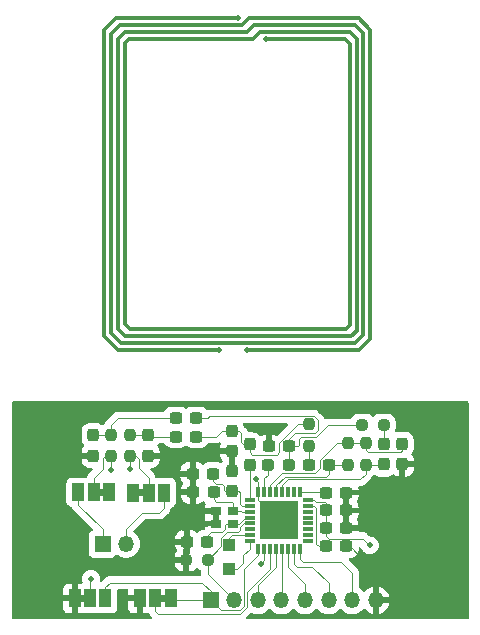
<source format=gtl>
G04 #@! TF.GenerationSoftware,KiCad,Pcbnew,7.0.9*
G04 #@! TF.CreationDate,2024-04-16T21:14:58+02:00*
G04 #@! TF.ProjectId,NFC_Programmer,4e46435f-5072-46f6-9772-616d6d65722e,3.0*
G04 #@! TF.SameCoordinates,Original*
G04 #@! TF.FileFunction,Copper,L1,Top*
G04 #@! TF.FilePolarity,Positive*
%FSLAX46Y46*%
G04 Gerber Fmt 4.6, Leading zero omitted, Abs format (unit mm)*
G04 Created by KiCad (PCBNEW 7.0.9) date 2024-04-16 21:14:58*
%MOMM*%
%LPD*%
G01*
G04 APERTURE LIST*
G04 Aperture macros list*
%AMRoundRect*
0 Rectangle with rounded corners*
0 $1 Rounding radius*
0 $2 $3 $4 $5 $6 $7 $8 $9 X,Y pos of 4 corners*
0 Add a 4 corners polygon primitive as box body*
4,1,4,$2,$3,$4,$5,$6,$7,$8,$9,$2,$3,0*
0 Add four circle primitives for the rounded corners*
1,1,$1+$1,$2,$3*
1,1,$1+$1,$4,$5*
1,1,$1+$1,$6,$7*
1,1,$1+$1,$8,$9*
0 Add four rect primitives between the rounded corners*
20,1,$1+$1,$2,$3,$4,$5,0*
20,1,$1+$1,$4,$5,$6,$7,0*
20,1,$1+$1,$6,$7,$8,$9,0*
20,1,$1+$1,$8,$9,$2,$3,0*%
G04 Aperture macros list end*
G04 #@! TA.AperFunction,SMDPad,CuDef*
%ADD10RoundRect,0.237500X-0.237500X0.250000X-0.237500X-0.250000X0.237500X-0.250000X0.237500X0.250000X0*%
G04 #@! TD*
G04 #@! TA.AperFunction,SMDPad,CuDef*
%ADD11RoundRect,0.237500X0.300000X0.237500X-0.300000X0.237500X-0.300000X-0.237500X0.300000X-0.237500X0*%
G04 #@! TD*
G04 #@! TA.AperFunction,SMDPad,CuDef*
%ADD12RoundRect,0.237500X0.237500X-0.250000X0.237500X0.250000X-0.237500X0.250000X-0.237500X-0.250000X0*%
G04 #@! TD*
G04 #@! TA.AperFunction,SMDPad,CuDef*
%ADD13R,1.000000X1.500000*%
G04 #@! TD*
G04 #@! TA.AperFunction,SMDPad,CuDef*
%ADD14R,1.000000X1.000000*%
G04 #@! TD*
G04 #@! TA.AperFunction,ComponentPad*
%ADD15R,1.350000X1.350000*%
G04 #@! TD*
G04 #@! TA.AperFunction,ComponentPad*
%ADD16O,1.350000X1.350000*%
G04 #@! TD*
G04 #@! TA.AperFunction,SMDPad,CuDef*
%ADD17RoundRect,0.237500X0.237500X-0.287500X0.237500X0.287500X-0.237500X0.287500X-0.237500X-0.287500X0*%
G04 #@! TD*
G04 #@! TA.AperFunction,SMDPad,CuDef*
%ADD18R,0.900000X0.800000*%
G04 #@! TD*
G04 #@! TA.AperFunction,SMDPad,CuDef*
%ADD19RoundRect,0.237500X0.237500X-0.300000X0.237500X0.300000X-0.237500X0.300000X-0.237500X-0.300000X0*%
G04 #@! TD*
G04 #@! TA.AperFunction,SMDPad,CuDef*
%ADD20RoundRect,0.237500X-0.237500X0.300000X-0.237500X-0.300000X0.237500X-0.300000X0.237500X0.300000X0*%
G04 #@! TD*
G04 #@! TA.AperFunction,SMDPad,CuDef*
%ADD21R,0.850000X0.300000*%
G04 #@! TD*
G04 #@! TA.AperFunction,SMDPad,CuDef*
%ADD22R,0.300000X0.850000*%
G04 #@! TD*
G04 #@! TA.AperFunction,SMDPad,CuDef*
%ADD23R,3.250000X3.250000*%
G04 #@! TD*
G04 #@! TA.AperFunction,SMDPad,CuDef*
%ADD24RoundRect,0.237500X-0.300000X-0.237500X0.300000X-0.237500X0.300000X0.237500X-0.300000X0.237500X0*%
G04 #@! TD*
G04 #@! TA.AperFunction,SMDPad,CuDef*
%ADD25RoundRect,0.237500X-0.250000X-0.237500X0.250000X-0.237500X0.250000X0.237500X-0.250000X0.237500X0*%
G04 #@! TD*
G04 #@! TA.AperFunction,SMDPad,CuDef*
%ADD26RoundRect,0.237500X-0.287500X-0.237500X0.287500X-0.237500X0.287500X0.237500X-0.287500X0.237500X0*%
G04 #@! TD*
G04 #@! TA.AperFunction,SMDPad,CuDef*
%ADD27RoundRect,0.237500X0.250000X0.237500X-0.250000X0.237500X-0.250000X-0.237500X0.250000X-0.237500X0*%
G04 #@! TD*
G04 #@! TA.AperFunction,ViaPad*
%ADD28C,0.360000*%
G04 #@! TD*
G04 #@! TA.AperFunction,ViaPad*
%ADD29C,0.500000*%
G04 #@! TD*
G04 #@! TA.AperFunction,Conductor*
%ADD30C,0.100000*%
G04 #@! TD*
G04 #@! TA.AperFunction,Conductor*
%ADD31C,0.350000*%
G04 #@! TD*
G04 APERTURE END LIST*
G04 #@! TA.AperFunction,EtchedComponent*
G36*
X132035000Y-99000000D02*
G01*
X131535000Y-99000000D01*
X131535000Y-98400000D01*
X132035000Y-98400000D01*
X132035000Y-99000000D01*
G37*
G04 #@! TD.AperFunction*
G04 #@! TA.AperFunction,EtchedComponent*
G36*
X128675000Y-98990000D02*
G01*
X128175000Y-98990000D01*
X128175000Y-98390000D01*
X128675000Y-98390000D01*
X128675000Y-98990000D01*
G37*
G04 #@! TD.AperFunction*
G04 #@! TA.AperFunction,EtchedComponent*
G36*
X133910000Y-107970000D02*
G01*
X133410000Y-107970000D01*
X133410000Y-107370000D01*
X133910000Y-107370000D01*
X133910000Y-107970000D01*
G37*
G04 #@! TD.AperFunction*
G04 #@! TA.AperFunction,EtchedComponent*
G36*
X127070000Y-107970000D02*
G01*
X126570000Y-107970000D01*
X126570000Y-107370000D01*
X127070000Y-107370000D01*
X127070000Y-107970000D01*
G37*
G04 #@! TD.AperFunction*
D10*
X150813750Y-94545000D03*
X150813750Y-96370000D03*
D11*
X147696750Y-96380000D03*
X145971750Y-96380000D03*
D12*
X145994250Y-94742500D03*
X145994250Y-92917500D03*
D13*
X131135000Y-98700000D03*
X132435000Y-98700000D03*
X133735000Y-98700000D03*
D14*
X139270000Y-103140000D03*
D11*
X137886750Y-97110000D03*
X136161750Y-97110000D03*
D15*
X128530000Y-103060000D03*
D16*
X130530000Y-103060000D03*
D17*
X140994250Y-96385000D03*
X140994250Y-94635000D03*
D11*
X136462500Y-93970000D03*
X134737500Y-93970000D03*
D18*
X139571750Y-100230000D03*
X138171750Y-100230000D03*
X138171750Y-101330000D03*
X139571750Y-101330000D03*
D19*
X139504250Y-98602500D03*
X139504250Y-96877500D03*
D20*
X139464250Y-93467500D03*
X139464250Y-95192500D03*
D21*
X145914250Y-102820000D03*
X145914250Y-102320000D03*
X145914250Y-101820000D03*
X145914250Y-101320000D03*
X145914250Y-100820000D03*
X145914250Y-100320000D03*
X145914250Y-99820000D03*
X145914250Y-99320000D03*
D22*
X145214250Y-98620000D03*
X144714250Y-98620000D03*
X144214250Y-98620000D03*
X143714250Y-98620000D03*
X143214250Y-98620000D03*
X142714250Y-98620000D03*
X142214250Y-98620000D03*
X141714250Y-98620000D03*
D21*
X141014250Y-99320000D03*
X141014250Y-99820000D03*
X141014250Y-100320000D03*
X141014250Y-100820000D03*
X141014250Y-101320000D03*
X141014250Y-101820000D03*
X141014250Y-102320000D03*
X141014250Y-102820000D03*
D22*
X141714250Y-103520000D03*
X142214250Y-103520000D03*
X142714250Y-103520000D03*
X143214250Y-103520000D03*
X143714250Y-103520000D03*
X144214250Y-103520000D03*
X144714250Y-103520000D03*
X145214250Y-103520000D03*
D23*
X143464250Y-101070000D03*
D15*
X137670000Y-107810000D03*
D16*
X139670000Y-107810000D03*
X141670000Y-107810000D03*
X143670000Y-107810000D03*
X145670000Y-107810000D03*
X147670000Y-107810000D03*
X149670000Y-107810000D03*
X151670000Y-107810000D03*
D10*
X130835000Y-93800000D03*
X130835000Y-95625000D03*
D19*
X152344250Y-96320000D03*
X152344250Y-94595000D03*
D11*
X136462500Y-92400000D03*
X134737500Y-92400000D03*
D24*
X147445000Y-98700000D03*
X149170000Y-98700000D03*
X147445000Y-100220000D03*
X149170000Y-100220000D03*
D12*
X149283250Y-96370000D03*
X149283250Y-94545000D03*
D20*
X153904250Y-94587500D03*
X153904250Y-96312500D03*
D24*
X147445000Y-101740000D03*
X149170000Y-101740000D03*
D10*
X129285000Y-93800000D03*
X129285000Y-95625000D03*
D25*
X150522500Y-92990000D03*
X152347500Y-92990000D03*
D20*
X132385000Y-93850000D03*
X132385000Y-95575000D03*
D19*
X127725000Y-95575000D03*
X127725000Y-93850000D03*
D11*
X137405000Y-102870000D03*
X135680000Y-102870000D03*
D26*
X142544250Y-96400000D03*
X144294250Y-96400000D03*
D27*
X137452500Y-104400000D03*
X135627500Y-104400000D03*
D13*
X129075000Y-98690000D03*
X127775000Y-98690000D03*
X126475000Y-98690000D03*
X134310000Y-107670000D03*
X133010000Y-107670000D03*
X131710000Y-107670000D03*
X126170000Y-107670000D03*
X127470000Y-107670000D03*
X128770000Y-107670000D03*
D24*
X142609250Y-94790000D03*
X144334250Y-94790000D03*
D11*
X137926750Y-98680000D03*
X136201750Y-98680000D03*
D14*
X139270000Y-105200000D03*
D24*
X147445000Y-103260000D03*
X149170000Y-103260000D03*
D28*
X159130000Y-95860000D03*
X128970000Y-104540000D03*
X157940000Y-91280000D03*
X131870000Y-105550000D03*
X124300000Y-91250000D03*
X125190000Y-98820000D03*
X127340000Y-91240000D03*
X157250000Y-91280000D03*
X129940000Y-105570000D03*
X142640000Y-109210000D03*
X135120000Y-99770000D03*
X150620000Y-109150000D03*
X121160000Y-98970000D03*
X122870000Y-109150000D03*
X154830000Y-109120000D03*
D29*
X134251582Y-95601582D03*
D28*
X126460000Y-94700000D03*
X144350000Y-91290000D03*
X159080000Y-104020000D03*
X155130000Y-94450000D03*
X129220000Y-91250000D03*
X125190000Y-98210000D03*
X130030000Y-109160000D03*
X134590000Y-100240000D03*
X148440000Y-92230000D03*
X150480000Y-99510000D03*
X154370000Y-97580000D03*
X153610000Y-106680000D03*
X155400000Y-109120000D03*
X123600000Y-91240000D03*
X133980000Y-97190000D03*
X159130000Y-96470000D03*
X121160000Y-92260000D03*
X152660000Y-97670000D03*
X134450000Y-102200000D03*
X154960000Y-93780000D03*
X125860000Y-109180000D03*
X121170000Y-91560000D03*
X141860000Y-91280000D03*
X121120000Y-108950000D03*
X148700000Y-91290000D03*
X158550000Y-91280000D03*
X125740000Y-97180000D03*
X121130000Y-106460000D03*
X132560000Y-101260000D03*
X137450000Y-95930000D03*
X159120000Y-92860000D03*
X127700000Y-104640000D03*
X143780000Y-91290000D03*
X124910000Y-108130000D03*
X148000000Y-91280000D03*
X121160000Y-92870000D03*
X151917606Y-102411550D03*
X152920000Y-91280000D03*
X147701096Y-92221952D03*
X149280000Y-92220000D03*
X159090000Y-99740000D03*
X139410000Y-91290000D03*
X159090000Y-101530000D03*
X132820000Y-105550000D03*
X131290000Y-109180000D03*
X133790000Y-101240000D03*
X153610000Y-108460000D03*
X151890000Y-97650000D03*
X159130000Y-95290000D03*
X130870000Y-105570000D03*
X131960000Y-102880000D03*
X134350000Y-103270000D03*
X128320000Y-104550000D03*
X125250000Y-109180000D03*
X127520000Y-92500000D03*
X127740000Y-109160000D03*
X159120000Y-98960000D03*
X126610000Y-96460000D03*
X134330000Y-104370000D03*
X131630000Y-104040000D03*
X158390000Y-109150000D03*
X121130000Y-104670000D03*
X134650000Y-105360000D03*
X152310000Y-91280000D03*
X126670000Y-92870000D03*
X126440000Y-93840000D03*
X140680000Y-91280000D03*
X156070000Y-91280000D03*
X136910000Y-99940000D03*
X150460000Y-100300000D03*
X140020000Y-91290000D03*
X153450000Y-97640000D03*
X134950000Y-98240000D03*
X154170000Y-109120000D03*
X151364342Y-91970000D03*
X135077887Y-95174346D03*
X155410000Y-91290000D03*
X159080000Y-107150000D03*
X123410000Y-109150000D03*
X159090000Y-105270000D03*
X136980000Y-95110000D03*
X128330000Y-92550000D03*
X153140000Y-106270000D03*
X150470000Y-98680000D03*
X148720000Y-109150000D03*
X121160000Y-94050000D03*
X121810000Y-91240000D03*
D29*
X142620000Y-93280000D03*
D28*
X131010000Y-91250000D03*
X121690000Y-109150000D03*
X149880000Y-91290000D03*
X125480000Y-91250000D03*
X128310000Y-109160000D03*
X153610000Y-107250000D03*
X127050000Y-102380000D03*
X127910000Y-91240000D03*
X156550000Y-109120000D03*
X153600000Y-109120000D03*
X131820000Y-109180000D03*
X151460000Y-104220000D03*
X124910000Y-107590000D03*
X150530000Y-100960000D03*
X134950000Y-96480000D03*
X136540000Y-95870000D03*
X153540000Y-92730000D03*
X131960000Y-101650000D03*
X121130000Y-105850000D03*
X155130000Y-95290000D03*
X126400000Y-109180000D03*
X130430000Y-104500000D03*
X125760000Y-106200000D03*
X159080000Y-107760000D03*
X124910000Y-106980000D03*
X127050000Y-104100000D03*
X124910000Y-106410000D03*
X133540000Y-91240000D03*
X159090000Y-104660000D03*
X152060000Y-103740000D03*
X128800000Y-105570000D03*
X121120000Y-107160000D03*
X131160000Y-104360000D03*
X121120000Y-108340000D03*
X135620000Y-95890000D03*
X156010000Y-109120000D03*
X132850000Y-91240000D03*
X159130000Y-94680000D03*
X127050000Y-102950000D03*
X121130000Y-100360000D03*
X152220000Y-103020000D03*
X121120000Y-102240000D03*
X152310000Y-106410000D03*
X121160000Y-93440000D03*
X126970000Y-109180000D03*
X151740000Y-91280000D03*
X125190000Y-99360000D03*
X121130000Y-101540000D03*
X159120000Y-93430000D03*
X159090000Y-100920000D03*
X126670000Y-97160000D03*
X128970000Y-92080000D03*
D29*
X150700000Y-104480000D03*
D28*
X159080000Y-108330000D03*
X129460000Y-109160000D03*
X122420000Y-91240000D03*
X159120000Y-97780000D03*
X126540000Y-105870000D03*
X131780000Y-102240000D03*
X121160000Y-98360000D03*
X133530000Y-96280000D03*
X159090000Y-106450000D03*
X121130000Y-105280000D03*
X121120000Y-104030000D03*
X146820000Y-91280000D03*
X129780000Y-104480000D03*
X159130000Y-91550000D03*
X132280000Y-91240000D03*
X136340000Y-101680000D03*
X157120000Y-109120000D03*
X130400000Y-91250000D03*
X128520000Y-91240000D03*
X125670000Y-100350000D03*
X159080000Y-108940000D03*
X159120000Y-97170000D03*
X133210000Y-96990000D03*
X142470000Y-91280000D03*
X154800000Y-91290000D03*
X147200000Y-91900000D03*
X122990000Y-91240000D03*
X125190000Y-99930000D03*
X145600000Y-91280000D03*
X128920000Y-109160000D03*
X151070000Y-98110000D03*
X149310000Y-91290000D03*
X121130000Y-99750000D03*
X124910000Y-91250000D03*
X152170000Y-91820000D03*
X157820000Y-109150000D03*
X154230000Y-91290000D03*
X151130000Y-91280000D03*
X159090000Y-105840000D03*
X129830000Y-91250000D03*
X146210000Y-91280000D03*
X123980000Y-109150000D03*
X137000000Y-100650000D03*
X134960000Y-99050000D03*
D29*
X136870000Y-101300000D03*
D28*
X159090000Y-100350000D03*
X131670000Y-91240000D03*
X127100000Y-101690000D03*
X136100000Y-95140000D03*
X122260000Y-109150000D03*
X146740000Y-109170000D03*
X127050000Y-103560000D03*
X126090000Y-91250000D03*
X159120000Y-98350000D03*
X147390000Y-91280000D03*
X121170000Y-95300000D03*
X126130000Y-100790000D03*
X134890000Y-97330000D03*
X136100000Y-99920000D03*
X121160000Y-97180000D03*
X130670000Y-109180000D03*
X126610000Y-101210000D03*
X121120000Y-107770000D03*
X121170000Y-95870000D03*
X149880000Y-91890000D03*
X144960000Y-91290000D03*
X121120000Y-102850000D03*
X151124464Y-102010199D03*
X159080000Y-102230000D03*
X121120000Y-103420000D03*
X143170000Y-91290000D03*
X124910000Y-108700000D03*
X159120000Y-94040000D03*
X144710000Y-109150000D03*
X134250000Y-100770000D03*
X121130000Y-100930000D03*
X153420000Y-92190000D03*
X155210000Y-96260000D03*
D29*
X137990000Y-95230000D03*
D28*
X121170000Y-96480000D03*
X150570000Y-101750000D03*
X156680000Y-91280000D03*
X125190000Y-97640000D03*
X135450000Y-101790000D03*
X126700000Y-105300000D03*
X159080000Y-102840000D03*
X153610000Y-107890000D03*
X154390000Y-93370000D03*
X153620000Y-91290000D03*
X159120000Y-92250000D03*
X150680000Y-105400000D03*
D29*
X125870000Y-95560000D03*
D28*
X121160000Y-97790000D03*
X150700000Y-106280000D03*
X121170000Y-94690000D03*
X152140000Y-109230000D03*
D29*
X141500000Y-97570000D03*
D28*
X127050000Y-104670000D03*
X155050000Y-97220000D03*
X128250000Y-105320000D03*
X124680000Y-109180000D03*
X159080000Y-103410000D03*
X141290000Y-91280000D03*
X153610000Y-93260000D03*
X133840000Y-105540000D03*
X133130000Y-101260000D03*
X152870000Y-91870000D03*
X150690000Y-91810000D03*
X151510000Y-106310000D03*
X132400000Y-109200000D03*
X150490000Y-91290000D03*
X126730000Y-91240000D03*
X131940000Y-103530000D03*
D29*
X151160000Y-103180000D03*
X127550000Y-105990000D03*
X141910000Y-104760000D03*
X142380000Y-60290000D03*
X140010000Y-58550000D03*
X140720000Y-86620000D03*
X138400000Y-86620000D03*
X130850000Y-96740000D03*
X129280000Y-96770000D03*
D30*
X146610000Y-99990750D02*
X146610000Y-103040000D01*
X146439250Y-99820000D02*
X146610000Y-99990750D01*
X146830000Y-103260000D02*
X147445000Y-103260000D01*
X146610000Y-103040000D02*
X146830000Y-103260000D01*
X145914250Y-99820000D02*
X146439250Y-99820000D01*
X138171750Y-101330000D02*
X136900000Y-101330000D01*
X134225000Y-95575000D02*
X134251582Y-95601582D01*
X142609250Y-94790000D02*
X142609250Y-93290750D01*
X138027500Y-95192500D02*
X137990000Y-95230000D01*
X125885000Y-95575000D02*
X125870000Y-95560000D01*
X136900000Y-101330000D02*
X136870000Y-101300000D01*
X139464250Y-95192500D02*
X138027500Y-95192500D01*
X142609250Y-93290750D02*
X142620000Y-93280000D01*
X143464250Y-101070000D02*
X141714250Y-99320000D01*
X149480000Y-103260000D02*
X150700000Y-104480000D01*
X149170000Y-103260000D02*
X149480000Y-103260000D01*
X141714250Y-97784250D02*
X141500000Y-97570000D01*
X132385000Y-95575000D02*
X134225000Y-95575000D01*
X127725000Y-95575000D02*
X125885000Y-95575000D01*
X141714250Y-98620000D02*
X141714250Y-97784250D01*
X141714250Y-99320000D02*
X141714250Y-98620000D01*
X147365000Y-98620000D02*
X147445000Y-98700000D01*
X145214250Y-98620000D02*
X147365000Y-98620000D01*
X139504250Y-98602500D02*
X140056750Y-98602500D01*
X138824250Y-98510000D02*
X138916750Y-98602500D01*
X137886750Y-97732500D02*
X138134250Y-97980000D01*
X140204250Y-98750000D02*
X140204250Y-99700000D01*
X137886750Y-97110000D02*
X137886750Y-97732500D01*
X138134250Y-97980000D02*
X138684250Y-97980000D01*
X138684250Y-97980000D02*
X138824250Y-98120000D01*
X140324250Y-99820000D02*
X141014250Y-99820000D01*
X140204250Y-99700000D02*
X140324250Y-99820000D01*
X138916750Y-98602500D02*
X139504250Y-98602500D01*
X140056750Y-98602500D02*
X140204250Y-98750000D01*
X138824250Y-98120000D02*
X138824250Y-98510000D01*
X140064250Y-101330000D02*
X139571750Y-101330000D01*
X141014250Y-100820000D02*
X140574250Y-100820000D01*
X137405000Y-102365000D02*
X137690000Y-102080000D01*
X138900000Y-101830000D02*
X138900000Y-101430000D01*
X139000000Y-101330000D02*
X139571750Y-101330000D01*
X140574250Y-100820000D02*
X140064250Y-101330000D01*
X138900000Y-101430000D02*
X139000000Y-101330000D01*
X138650000Y-102080000D02*
X138900000Y-101830000D01*
X137690000Y-102080000D02*
X138650000Y-102080000D01*
X137405000Y-102870000D02*
X137405000Y-102365000D01*
X143714250Y-98095000D02*
X144212250Y-97597000D01*
X150813750Y-97140500D02*
X150813750Y-96370000D01*
X150813750Y-96370000D02*
X152294250Y-96370000D01*
X144212250Y-97597000D02*
X150357250Y-97597000D01*
X150357250Y-97597000D02*
X150813750Y-97140500D01*
X143714250Y-98620000D02*
X143714250Y-98095000D01*
X152294250Y-96370000D02*
X152344250Y-96320000D01*
X152347500Y-94591750D02*
X152344250Y-94595000D01*
X152347500Y-92990000D02*
X152347500Y-94591750D01*
X145050000Y-94790000D02*
X144334250Y-94790000D01*
X136462500Y-92400000D02*
X137430000Y-92400000D01*
X144294250Y-94830000D02*
X144334250Y-94790000D01*
X145170000Y-94670000D02*
X145050000Y-94790000D01*
X146410022Y-92253000D02*
X146750000Y-92592978D01*
X145350000Y-94000000D02*
X145170000Y-94180000D01*
X146570000Y-94000000D02*
X145350000Y-94000000D01*
X150522500Y-92990000D02*
X147580000Y-92990000D01*
X144334250Y-94135750D02*
X144334250Y-94790000D01*
X145170000Y-94180000D02*
X145170000Y-94670000D01*
X137577000Y-92253000D02*
X146410022Y-92253000D01*
X146750000Y-93420000D02*
X146550000Y-93620000D01*
X137430000Y-92400000D02*
X137577000Y-92253000D01*
X144294250Y-96400000D02*
X144294250Y-94830000D01*
X146750000Y-92592978D02*
X146750000Y-93420000D01*
X147580000Y-92990000D02*
X146570000Y-94000000D01*
X144850000Y-93620000D02*
X144334250Y-94135750D01*
X146550000Y-93620000D02*
X144850000Y-93620000D01*
X140994250Y-95284250D02*
X140994250Y-94635000D01*
X145076478Y-92917500D02*
X143480000Y-94513978D01*
X140067500Y-93467500D02*
X140270000Y-93670000D01*
X143480000Y-94513978D02*
X143480000Y-95290000D01*
X143280000Y-95490000D02*
X141200000Y-95490000D01*
X139464250Y-93467500D02*
X140067500Y-93467500D01*
X140445000Y-94635000D02*
X140994250Y-94635000D01*
X145994250Y-92917500D02*
X145076478Y-92917500D01*
X143480000Y-95290000D02*
X143280000Y-95490000D01*
X136462500Y-93970000D02*
X138120000Y-93970000D01*
X140270000Y-94460000D02*
X140445000Y-94635000D01*
X140270000Y-93670000D02*
X140270000Y-94460000D01*
X141200000Y-95490000D02*
X140994250Y-95284250D01*
X138120000Y-93970000D02*
X138622500Y-93467500D01*
X138622500Y-93467500D02*
X139464250Y-93467500D01*
X130835000Y-93800000D02*
X132335000Y-93800000D01*
X132505000Y-93970000D02*
X132385000Y-93850000D01*
X134737500Y-93970000D02*
X132505000Y-93970000D01*
X132335000Y-93800000D02*
X132385000Y-93850000D01*
X127725000Y-93850000D02*
X129235000Y-93850000D01*
X129235000Y-93850000D02*
X129285000Y-93800000D01*
X129870000Y-92400000D02*
X129285000Y-92985000D01*
X129285000Y-92985000D02*
X129285000Y-93800000D01*
X134737500Y-92400000D02*
X129870000Y-92400000D01*
X153904250Y-95145750D02*
X153740500Y-95309500D01*
X143757250Y-97052000D02*
X146532250Y-97052000D01*
X150979500Y-95309500D02*
X150813750Y-95143750D01*
X150813750Y-95143750D02*
X150813750Y-94545000D01*
X146532250Y-97052000D02*
X146954250Y-96630000D01*
X153740500Y-95309500D02*
X150979500Y-95309500D01*
X142714250Y-98095000D02*
X143757250Y-97052000D01*
X149283250Y-94545000D02*
X150813750Y-94545000D01*
X148369250Y-94545000D02*
X149283250Y-94545000D01*
X146954250Y-96630000D02*
X146954250Y-95960000D01*
X153904250Y-94587500D02*
X153904250Y-95145750D01*
X146954250Y-95960000D02*
X148369250Y-94545000D01*
X142714250Y-98620000D02*
X142714250Y-98095000D01*
X143939250Y-97370000D02*
X147474250Y-97370000D01*
X143214250Y-98620000D02*
X143214250Y-98095000D01*
X149273250Y-96380000D02*
X149283250Y-96370000D01*
X143214250Y-98095000D02*
X143939250Y-97370000D01*
X147474250Y-97370000D02*
X147696750Y-97147500D01*
X147696750Y-97147500D02*
X147696750Y-96380000D01*
X147696750Y-96380000D02*
X149273250Y-96380000D01*
X145971750Y-94765000D02*
X145994250Y-94742500D01*
X145971750Y-96380000D02*
X145971750Y-94765000D01*
X140994250Y-99300000D02*
X141014250Y-99320000D01*
X140994250Y-96385000D02*
X140994250Y-99300000D01*
X142214250Y-98620000D02*
X142214250Y-97510000D01*
X142544250Y-97180000D02*
X142544250Y-96400000D01*
X142214250Y-97510000D02*
X142544250Y-97180000D01*
X139270000Y-102540000D02*
X139490000Y-102320000D01*
X139270000Y-103140000D02*
X139270000Y-102540000D01*
X139490000Y-102320000D02*
X141014250Y-102320000D01*
X144214250Y-105004250D02*
X145670000Y-106460000D01*
X145670000Y-106460000D02*
X145670000Y-107810000D01*
X144214250Y-103520000D02*
X144214250Y-105004250D01*
X145214250Y-104314250D02*
X145470000Y-104570000D01*
X148730000Y-104570000D02*
X149670000Y-105510000D01*
X145214250Y-103520000D02*
X145214250Y-104314250D01*
X145470000Y-104570000D02*
X148730000Y-104570000D01*
X149670000Y-105510000D02*
X149670000Y-107810000D01*
X147670000Y-106390000D02*
X147670000Y-107810000D01*
X144714250Y-104734250D02*
X145000000Y-105020000D01*
X144714250Y-103520000D02*
X144714250Y-104734250D01*
X146300000Y-105020000D02*
X147670000Y-106390000D01*
X145000000Y-105020000D02*
X146300000Y-105020000D01*
X140035750Y-102070000D02*
X140198750Y-101907000D01*
X137452500Y-104400000D02*
X137452500Y-105592500D01*
X137452500Y-104400000D02*
X138593000Y-103259500D01*
X138593000Y-102547000D02*
X139070000Y-102070000D01*
X137452500Y-105592500D02*
X139670000Y-107810000D01*
X140489250Y-101320000D02*
X141014250Y-101320000D01*
X138593000Y-103259500D02*
X138593000Y-102547000D01*
X140198750Y-101907000D02*
X140198750Y-101610500D01*
X140198750Y-101610500D02*
X140489250Y-101320000D01*
X139070000Y-102070000D02*
X140035750Y-102070000D01*
X138522000Y-108662000D02*
X137670000Y-107810000D01*
X137670000Y-107010000D02*
X136990000Y-106330000D01*
X137670000Y-107810000D02*
X137670000Y-107010000D01*
X145914250Y-99320000D02*
X146439250Y-99320000D01*
X129170000Y-106330000D02*
X128770000Y-106730000D01*
X147445000Y-101740000D02*
X147445000Y-102365000D01*
X140138000Y-108662000D02*
X138522000Y-108662000D01*
X147380000Y-99510000D02*
X147445000Y-99575000D01*
X137670000Y-107810000D02*
X134450000Y-107810000D01*
X140530000Y-108270000D02*
X140138000Y-108662000D01*
X151170000Y-103220000D02*
X151170000Y-103190000D01*
X134450000Y-107810000D02*
X134310000Y-107670000D01*
X147445000Y-99575000D02*
X147445000Y-100220000D01*
X147688000Y-102608000D02*
X150558000Y-102608000D01*
X128770000Y-106730000D02*
X128770000Y-107670000D01*
X141714250Y-104005750D02*
X140530000Y-105190000D01*
X147445000Y-102365000D02*
X147688000Y-102608000D01*
X146629250Y-99510000D02*
X147380000Y-99510000D01*
X136990000Y-106330000D02*
X129170000Y-106330000D01*
X150558000Y-102608000D02*
X151170000Y-103220000D01*
X141714250Y-103520000D02*
X141714250Y-104005750D01*
X140530000Y-105190000D02*
X140530000Y-108270000D01*
X147445000Y-100220000D02*
X147445000Y-101740000D01*
X146439250Y-99320000D02*
X146629250Y-99510000D01*
X143714250Y-107765750D02*
X143670000Y-107810000D01*
X143714250Y-103520000D02*
X143714250Y-107765750D01*
X141670000Y-106530000D02*
X141670000Y-107810000D01*
X143214250Y-103520000D02*
X143214250Y-104985750D01*
X143214250Y-104985750D02*
X141670000Y-106530000D01*
X140354250Y-100320000D02*
X141014249Y-100320000D01*
X137926750Y-98680000D02*
X137926750Y-99262500D01*
X138154250Y-99490000D02*
X139454250Y-99490000D01*
X139584250Y-99620000D02*
X139571750Y-99632500D01*
X137926750Y-99262500D02*
X138154250Y-99490000D01*
X139571750Y-99632500D02*
X139571750Y-100230000D01*
X140244250Y-100230000D02*
X140344250Y-100330000D01*
X139454250Y-99490000D02*
X139584250Y-99620000D01*
X139571750Y-100230000D02*
X140244250Y-100230000D01*
X140344250Y-100330000D02*
X140354250Y-100320000D01*
X127470000Y-106070000D02*
X127470000Y-107670000D01*
X142214250Y-103520000D02*
X142214250Y-104455750D01*
X142214250Y-104455750D02*
X141910000Y-104760000D01*
X127550000Y-105990000D02*
X127470000Y-106070000D01*
X140760000Y-107118974D02*
X140760000Y-108361026D01*
X140760000Y-108361026D02*
X140176026Y-108945000D01*
X142714250Y-105164724D02*
X140760000Y-107118974D01*
X133010000Y-108750000D02*
X133010000Y-107670000D01*
X133210000Y-108950000D02*
X133205000Y-108945000D01*
X142714250Y-103520000D02*
X142714250Y-105164724D01*
X140175513Y-108950000D02*
X133210000Y-108950000D01*
X133205000Y-108945000D02*
X133010000Y-108750000D01*
X133735000Y-98700000D02*
X133735000Y-100035000D01*
X131850000Y-100430000D02*
X130530000Y-101750000D01*
X133735000Y-100035000D02*
X133340000Y-100430000D01*
X130530000Y-101750000D02*
X130530000Y-103060000D01*
X133340000Y-100430000D02*
X131850000Y-100430000D01*
D31*
X150250000Y-86620000D02*
X151200000Y-85670000D01*
D30*
X132435000Y-97435000D02*
X132435000Y-98700000D01*
D31*
X151200000Y-85670000D02*
X151200000Y-59520000D01*
X149120000Y-84880000D02*
X149460000Y-84540000D01*
X129800000Y-86620000D02*
X138400000Y-86620000D01*
D30*
X129285000Y-95625000D02*
X129285000Y-96765000D01*
X130835000Y-95625000D02*
X130835000Y-96725000D01*
X128715000Y-95625000D02*
X128590000Y-95750000D01*
D31*
X130750000Y-60300000D02*
X130410000Y-60640000D01*
X141270000Y-60300000D02*
X130750000Y-60300000D01*
X130410000Y-84450000D02*
X130840000Y-84880000D01*
X151200000Y-59520000D02*
X150240000Y-58560000D01*
X140720000Y-86620000D02*
X150250000Y-86620000D01*
D30*
X130835000Y-95625000D02*
X131375000Y-95625000D01*
D31*
X140310000Y-59140000D02*
X129980000Y-59140000D01*
D30*
X131590000Y-96590000D02*
X132435000Y-97435000D01*
D31*
X129250000Y-85190000D02*
X130100000Y-86040000D01*
X129250000Y-59870000D02*
X129250000Y-85190000D01*
X149460000Y-60740000D02*
X149020000Y-60300000D01*
D30*
X129285000Y-96765000D02*
X129280000Y-96770000D01*
D31*
X130390000Y-59720000D02*
X129830000Y-60280000D01*
X150040000Y-84990000D02*
X150040000Y-60280000D01*
X129830000Y-84830000D02*
X130460000Y-85460000D01*
X149930000Y-86040000D02*
X150620000Y-85350000D01*
D30*
X131375000Y-95625000D02*
X131590000Y-95840000D01*
D31*
X149460000Y-84540000D02*
X149460000Y-60740000D01*
X129980000Y-59140000D02*
X129250000Y-59870000D01*
X130100000Y-86040000D02*
X149930000Y-86040000D01*
X150620000Y-59830000D02*
X149930000Y-59140000D01*
D30*
X128590000Y-95750000D02*
X128590000Y-96670000D01*
D31*
X129680000Y-58560000D02*
X128670000Y-59570000D01*
X130460000Y-85460000D02*
X149570000Y-85460000D01*
D30*
X129285000Y-95625000D02*
X128715000Y-95625000D01*
D31*
X128670000Y-85490000D02*
X129800000Y-86620000D01*
X149480000Y-59720000D02*
X141850000Y-59720000D01*
X140010000Y-58560000D02*
X129680000Y-58560000D01*
X130840000Y-84880000D02*
X149120000Y-84880000D01*
X150040000Y-60280000D02*
X149480000Y-59720000D01*
X150240000Y-58560000D02*
X140890000Y-58560000D01*
D30*
X128590000Y-96670000D02*
X127775000Y-97485000D01*
D31*
X149020000Y-60300000D02*
X142350000Y-60300000D01*
X140790000Y-59720000D02*
X130390000Y-59720000D01*
X141370000Y-59140000D02*
X140790000Y-59720000D01*
X140010000Y-58560000D02*
X140010000Y-58550000D01*
X141850000Y-59720000D02*
X141270000Y-60300000D01*
X149930000Y-59140000D02*
X141370000Y-59140000D01*
X130410000Y-60640000D02*
X130410000Y-84450000D01*
X129830000Y-60280000D02*
X129830000Y-84830000D01*
X149570000Y-85460000D02*
X150040000Y-84990000D01*
D30*
X131590000Y-95840000D02*
X131590000Y-96590000D01*
D31*
X150620000Y-85350000D02*
X150620000Y-59830000D01*
D30*
X127775000Y-97485000D02*
X127775000Y-98690000D01*
D31*
X140890000Y-58560000D02*
X140310000Y-59140000D01*
X128670000Y-59570000D02*
X128670000Y-85490000D01*
D30*
X130835000Y-96725000D02*
X130850000Y-96740000D01*
X126475000Y-99775000D02*
X128530000Y-101830000D01*
X128530000Y-101830000D02*
X128530000Y-103060000D01*
X126475000Y-98690000D02*
X126475000Y-99775000D01*
X139270000Y-105200000D02*
X139920000Y-105200000D01*
X140440000Y-104680000D02*
X140440000Y-104030000D01*
X140440000Y-104030000D02*
X141014250Y-103455750D01*
X139920000Y-105200000D02*
X140440000Y-104680000D01*
X141014250Y-103455750D02*
X141014250Y-102820000D01*
G04 #@! TA.AperFunction,Conductor*
G36*
X159457539Y-90979685D02*
G01*
X159503294Y-91032489D01*
X159514500Y-91084000D01*
X159514500Y-109310500D01*
X159494815Y-109377539D01*
X159442011Y-109423294D01*
X159390500Y-109434500D01*
X140764412Y-109434500D01*
X140697373Y-109414815D01*
X140651618Y-109362011D01*
X140641674Y-109292853D01*
X140670699Y-109229297D01*
X140676731Y-109222819D01*
X140838683Y-109060867D01*
X141006644Y-108892905D01*
X141067965Y-108859422D01*
X141137656Y-108864406D01*
X141139117Y-108864962D01*
X141196939Y-108887362D01*
X141346931Y-108945470D01*
X141561074Y-108985500D01*
X141561076Y-108985500D01*
X141778924Y-108985500D01*
X141778926Y-108985500D01*
X141993069Y-108945470D01*
X142196210Y-108866772D01*
X142381432Y-108752088D01*
X142542427Y-108605322D01*
X142571047Y-108567422D01*
X142627153Y-108525787D01*
X142696865Y-108521094D01*
X142758048Y-108554836D01*
X142768946Y-108567414D01*
X142797573Y-108605322D01*
X142958568Y-108752088D01*
X142958575Y-108752092D01*
X142958576Y-108752093D01*
X143143786Y-108866770D01*
X143143792Y-108866773D01*
X143166664Y-108875633D01*
X143346931Y-108945470D01*
X143561074Y-108985500D01*
X143561076Y-108985500D01*
X143778924Y-108985500D01*
X143778926Y-108985500D01*
X143993069Y-108945470D01*
X144196210Y-108866772D01*
X144381432Y-108752088D01*
X144542427Y-108605322D01*
X144571047Y-108567422D01*
X144627153Y-108525787D01*
X144696865Y-108521094D01*
X144758048Y-108554836D01*
X144768946Y-108567414D01*
X144797573Y-108605322D01*
X144958568Y-108752088D01*
X144958575Y-108752092D01*
X144958576Y-108752093D01*
X145143786Y-108866770D01*
X145143792Y-108866773D01*
X145166664Y-108875633D01*
X145346931Y-108945470D01*
X145561074Y-108985500D01*
X145561076Y-108985500D01*
X145778924Y-108985500D01*
X145778926Y-108985500D01*
X145993069Y-108945470D01*
X146196210Y-108866772D01*
X146381432Y-108752088D01*
X146542427Y-108605322D01*
X146571047Y-108567422D01*
X146627153Y-108525787D01*
X146696865Y-108521094D01*
X146758048Y-108554836D01*
X146768946Y-108567414D01*
X146797573Y-108605322D01*
X146958568Y-108752088D01*
X146958575Y-108752092D01*
X146958576Y-108752093D01*
X147143786Y-108866770D01*
X147143792Y-108866773D01*
X147166664Y-108875633D01*
X147346931Y-108945470D01*
X147561074Y-108985500D01*
X147561076Y-108985500D01*
X147778924Y-108985500D01*
X147778926Y-108985500D01*
X147993069Y-108945470D01*
X148196210Y-108866772D01*
X148381432Y-108752088D01*
X148542427Y-108605322D01*
X148571047Y-108567422D01*
X148627153Y-108525787D01*
X148696865Y-108521094D01*
X148758048Y-108554836D01*
X148768946Y-108567414D01*
X148797573Y-108605322D01*
X148958568Y-108752088D01*
X148958575Y-108752092D01*
X148958576Y-108752093D01*
X149143786Y-108866770D01*
X149143792Y-108866773D01*
X149166664Y-108875633D01*
X149346931Y-108945470D01*
X149561074Y-108985500D01*
X149561076Y-108985500D01*
X149778924Y-108985500D01*
X149778926Y-108985500D01*
X149993069Y-108945470D01*
X150196210Y-108866772D01*
X150381432Y-108752088D01*
X150542427Y-108605322D01*
X150571359Y-108567009D01*
X150627465Y-108525373D01*
X150697177Y-108520680D01*
X150758360Y-108554421D01*
X150769267Y-108567009D01*
X150797942Y-108604981D01*
X150797949Y-108604989D01*
X150958868Y-108751685D01*
X151144012Y-108866322D01*
X151144023Y-108866327D01*
X151347060Y-108944984D01*
X151420000Y-108958619D01*
X151420000Y-108125686D01*
X151431955Y-108137641D01*
X151544852Y-108195165D01*
X151638519Y-108210000D01*
X151701481Y-108210000D01*
X151795148Y-108195165D01*
X151908045Y-108137641D01*
X151920000Y-108125686D01*
X151920000Y-108958619D01*
X151992939Y-108944984D01*
X152195976Y-108866327D01*
X152195987Y-108866322D01*
X152381130Y-108751685D01*
X152381131Y-108751685D01*
X152542054Y-108604985D01*
X152673284Y-108431208D01*
X152770348Y-108236280D01*
X152820505Y-108060000D01*
X151985686Y-108060000D01*
X151997641Y-108048045D01*
X152055165Y-107935148D01*
X152074986Y-107810000D01*
X152055165Y-107684852D01*
X151997641Y-107571955D01*
X151985686Y-107560000D01*
X152820505Y-107560000D01*
X152820505Y-107559999D01*
X152770348Y-107383719D01*
X152673284Y-107188791D01*
X152542054Y-107015014D01*
X152381131Y-106868314D01*
X152195987Y-106753677D01*
X152195985Y-106753676D01*
X151992931Y-106675013D01*
X151992921Y-106675010D01*
X151920001Y-106661378D01*
X151920000Y-106661379D01*
X151920000Y-107494314D01*
X151908045Y-107482359D01*
X151795148Y-107424835D01*
X151701481Y-107410000D01*
X151638519Y-107410000D01*
X151544852Y-107424835D01*
X151431955Y-107482359D01*
X151420000Y-107494314D01*
X151420000Y-106661379D01*
X151419998Y-106661378D01*
X151347078Y-106675010D01*
X151347068Y-106675013D01*
X151144014Y-106753676D01*
X151144012Y-106753677D01*
X150958869Y-106868314D01*
X150958868Y-106868314D01*
X150797945Y-107015014D01*
X150769267Y-107052990D01*
X150713157Y-107094626D01*
X150643445Y-107099317D01*
X150582264Y-107065575D01*
X150571359Y-107052990D01*
X150562547Y-107041321D01*
X150542427Y-107014678D01*
X150381432Y-106867912D01*
X150292144Y-106812627D01*
X150279222Y-106804626D01*
X150232587Y-106752598D01*
X150220500Y-106699199D01*
X150220500Y-105519414D01*
X150220572Y-105517295D01*
X150222763Y-105453174D01*
X150216974Y-105429421D01*
X150212281Y-105410163D01*
X150211094Y-105403918D01*
X150210878Y-105402347D01*
X150205070Y-105360080D01*
X150197919Y-105343617D01*
X150191181Y-105323583D01*
X150186933Y-105306148D01*
X150165234Y-105267556D01*
X150162414Y-105261878D01*
X150161225Y-105259141D01*
X150144780Y-105221280D01*
X150144780Y-105221279D01*
X150133458Y-105207363D01*
X150121557Y-105189876D01*
X150112768Y-105174244D01*
X150112767Y-105174243D01*
X150112766Y-105174241D01*
X150081456Y-105142931D01*
X150077210Y-105138225D01*
X150069812Y-105129132D01*
X150049278Y-105103892D01*
X150034612Y-105093539D01*
X150018445Y-105079920D01*
X149385205Y-104446680D01*
X149351720Y-104385357D01*
X149356704Y-104315665D01*
X149398576Y-104259732D01*
X149464040Y-104235315D01*
X149472886Y-104234999D01*
X149519140Y-104234999D01*
X149519154Y-104234998D01*
X149620152Y-104224680D01*
X149783800Y-104170453D01*
X149783811Y-104170448D01*
X149930534Y-104079947D01*
X149930538Y-104079944D01*
X150052444Y-103958038D01*
X150052447Y-103958034D01*
X150142948Y-103811311D01*
X150142953Y-103811300D01*
X150197180Y-103647652D01*
X150207499Y-103546654D01*
X150207499Y-103460045D01*
X150227183Y-103393006D01*
X150279986Y-103347250D01*
X150349145Y-103337306D01*
X150412701Y-103366330D01*
X150448540Y-103419089D01*
X150479542Y-103507686D01*
X150479547Y-103507697D01*
X150569518Y-103650884D01*
X150569523Y-103650890D01*
X150689109Y-103770476D01*
X150689115Y-103770481D01*
X150832302Y-103860452D01*
X150832305Y-103860454D01*
X150832309Y-103860455D01*
X150832310Y-103860456D01*
X150889047Y-103880309D01*
X150991943Y-103916314D01*
X151159997Y-103935249D01*
X151160000Y-103935249D01*
X151160003Y-103935249D01*
X151328056Y-103916314D01*
X151328059Y-103916313D01*
X151487690Y-103860456D01*
X151487692Y-103860454D01*
X151487694Y-103860454D01*
X151487697Y-103860452D01*
X151630884Y-103770481D01*
X151630885Y-103770480D01*
X151630890Y-103770477D01*
X151750477Y-103650890D01*
X151802341Y-103568350D01*
X151840452Y-103507697D01*
X151840454Y-103507694D01*
X151840454Y-103507692D01*
X151840456Y-103507690D01*
X151896313Y-103348059D01*
X151896313Y-103348058D01*
X151896314Y-103348056D01*
X151915249Y-103180002D01*
X151915249Y-103179997D01*
X151896314Y-103011943D01*
X151840454Y-102852305D01*
X151840452Y-102852302D01*
X151750481Y-102709115D01*
X151750476Y-102709109D01*
X151630890Y-102589523D01*
X151630884Y-102589518D01*
X151487697Y-102499547D01*
X151487694Y-102499545D01*
X151328055Y-102443685D01*
X151195539Y-102428755D01*
X151131125Y-102401689D01*
X151121741Y-102393216D01*
X150953906Y-102225381D01*
X150908680Y-102176956D01*
X150878392Y-102158537D01*
X150870861Y-102153957D01*
X150865610Y-102150383D01*
X150830341Y-102123638D01*
X150830342Y-102123638D01*
X150813642Y-102117052D01*
X150794716Y-102107652D01*
X150779380Y-102098327D01*
X150736758Y-102086384D01*
X150730740Y-102084360D01*
X150689565Y-102068124D01*
X150689556Y-102068122D01*
X150671716Y-102066288D01*
X150650951Y-102062342D01*
X150633669Y-102057500D01*
X150633665Y-102057500D01*
X150589406Y-102057500D01*
X150583064Y-102057175D01*
X150555427Y-102054333D01*
X150539029Y-102052648D01*
X150539024Y-102052648D01*
X150521344Y-102055697D01*
X150500276Y-102057500D01*
X150326362Y-102057500D01*
X150259323Y-102037815D01*
X150238681Y-102021181D01*
X150207500Y-101990000D01*
X149420000Y-101990000D01*
X149388819Y-102021181D01*
X149327496Y-102054666D01*
X149301138Y-102057500D01*
X149044000Y-102057500D01*
X148976961Y-102037815D01*
X148931206Y-101985011D01*
X148920000Y-101933500D01*
X148920000Y-100470000D01*
X149420000Y-100470000D01*
X149420000Y-101490000D01*
X150207499Y-101490000D01*
X150207499Y-101453360D01*
X150207498Y-101453345D01*
X150197180Y-101352347D01*
X150142953Y-101188699D01*
X150142948Y-101188688D01*
X150054379Y-101045097D01*
X150035938Y-100977705D01*
X150054379Y-100914903D01*
X150142948Y-100771311D01*
X150142953Y-100771300D01*
X150197180Y-100607652D01*
X150207499Y-100506654D01*
X150207500Y-100506641D01*
X150207500Y-100470000D01*
X149420000Y-100470000D01*
X148920000Y-100470000D01*
X148920000Y-98950000D01*
X149420000Y-98950000D01*
X149420000Y-99970000D01*
X150207499Y-99970000D01*
X150207499Y-99933360D01*
X150207498Y-99933345D01*
X150197180Y-99832347D01*
X150142953Y-99668699D01*
X150142948Y-99668688D01*
X150054379Y-99525097D01*
X150035938Y-99457705D01*
X150054379Y-99394903D01*
X150142948Y-99251311D01*
X150142953Y-99251300D01*
X150197180Y-99087652D01*
X150207499Y-98986654D01*
X150207500Y-98986641D01*
X150207500Y-98950000D01*
X149420000Y-98950000D01*
X148920000Y-98950000D01*
X148920000Y-98574000D01*
X148939685Y-98506961D01*
X148992489Y-98461206D01*
X149044000Y-98450000D01*
X150207499Y-98450000D01*
X150207499Y-98413360D01*
X150207498Y-98413345D01*
X150197180Y-98312346D01*
X150196570Y-98310503D01*
X150196528Y-98309297D01*
X150195764Y-98305726D01*
X150196401Y-98305589D01*
X150194169Y-98240675D01*
X150229901Y-98180633D01*
X150292421Y-98149441D01*
X150314276Y-98147500D01*
X150347853Y-98147500D01*
X150414076Y-98149762D01*
X150457082Y-98139280D01*
X150463301Y-98138098D01*
X150507170Y-98132070D01*
X150523633Y-98124918D01*
X150543666Y-98118181D01*
X150561102Y-98113933D01*
X150599715Y-98092221D01*
X150605340Y-98089427D01*
X150645970Y-98071780D01*
X150659882Y-98060460D01*
X150677373Y-98048557D01*
X150693005Y-98039768D01*
X150693003Y-98039768D01*
X150693009Y-98039766D01*
X150724309Y-98008464D01*
X150729019Y-98004213D01*
X150763358Y-97976278D01*
X150773706Y-97961616D01*
X150787324Y-97945449D01*
X151196353Y-97536420D01*
X151244794Y-97491180D01*
X151265738Y-97456738D01*
X151267789Y-97453366D01*
X151271364Y-97448112D01*
X151273035Y-97445909D01*
X151298111Y-97412843D01*
X151304693Y-97396150D01*
X151314098Y-97377213D01*
X151323422Y-97361882D01*
X151324802Y-97356953D01*
X151361844Y-97297712D01*
X151379100Y-97284874D01*
X151512100Y-97202840D01*
X151512102Y-97202837D01*
X151513903Y-97201727D01*
X151581296Y-97183287D01*
X151644097Y-97201727D01*
X151645897Y-97202837D01*
X151645900Y-97202840D01*
X151792734Y-97293408D01*
X151956497Y-97347674D01*
X152057573Y-97358000D01*
X152630926Y-97357999D01*
X152630934Y-97357998D01*
X152630937Y-97357998D01*
X152709252Y-97349998D01*
X152732003Y-97347674D01*
X152895766Y-97293408D01*
X153042600Y-97202840D01*
X153042602Y-97202837D01*
X153042605Y-97202836D01*
X153048268Y-97198359D01*
X153049380Y-97199766D01*
X153102531Y-97170734D01*
X153172223Y-97175709D01*
X153199955Y-97191331D01*
X153200065Y-97191154D01*
X153204530Y-97193908D01*
X153205824Y-97194637D01*
X153206221Y-97194951D01*
X153352938Y-97285448D01*
X153352949Y-97285453D01*
X153516597Y-97339680D01*
X153617602Y-97349999D01*
X153654250Y-97349999D01*
X153654250Y-96562500D01*
X154154250Y-96562500D01*
X154154250Y-97349999D01*
X154190890Y-97349999D01*
X154190904Y-97349998D01*
X154291902Y-97339680D01*
X154455550Y-97285453D01*
X154455561Y-97285448D01*
X154602284Y-97194947D01*
X154602288Y-97194944D01*
X154724194Y-97073038D01*
X154724197Y-97073034D01*
X154814698Y-96926311D01*
X154814703Y-96926300D01*
X154868930Y-96762652D01*
X154879249Y-96661654D01*
X154879250Y-96661641D01*
X154879250Y-96562500D01*
X154154250Y-96562500D01*
X153654250Y-96562500D01*
X153654250Y-96186500D01*
X153673935Y-96119461D01*
X153726739Y-96073706D01*
X153778250Y-96062500D01*
X154879249Y-96062500D01*
X154879249Y-95963360D01*
X154879248Y-95963345D01*
X154868930Y-95862347D01*
X154814703Y-95698699D01*
X154814698Y-95698688D01*
X154724197Y-95551965D01*
X154724194Y-95551961D01*
X154710267Y-95538034D01*
X154676782Y-95476711D01*
X154681766Y-95407019D01*
X154710267Y-95362672D01*
X154724590Y-95348350D01*
X154815158Y-95201516D01*
X154869424Y-95037753D01*
X154879750Y-94936677D01*
X154879749Y-94238324D01*
X154876225Y-94203830D01*
X154869424Y-94137247D01*
X154847213Y-94070220D01*
X154815158Y-93973484D01*
X154724590Y-93826650D01*
X154602600Y-93704660D01*
X154490563Y-93635555D01*
X154455768Y-93614093D01*
X154455763Y-93614091D01*
X154441908Y-93609500D01*
X154292003Y-93559826D01*
X154292001Y-93559825D01*
X154190928Y-93549500D01*
X153617580Y-93549500D01*
X153617562Y-93549501D01*
X153516497Y-93559825D01*
X153516494Y-93559826D01*
X153468172Y-93575839D01*
X153398343Y-93578241D01*
X153338302Y-93542509D01*
X153307109Y-93479989D01*
X153311462Y-93419130D01*
X153325174Y-93377753D01*
X153335500Y-93276677D01*
X153335499Y-92703324D01*
X153332313Y-92672139D01*
X153325174Y-92602247D01*
X153290072Y-92496318D01*
X153270908Y-92438484D01*
X153180340Y-92291650D01*
X153058350Y-92169660D01*
X152911516Y-92079092D01*
X152747753Y-92024826D01*
X152747751Y-92024825D01*
X152646678Y-92014500D01*
X152048330Y-92014500D01*
X152048312Y-92014501D01*
X151947247Y-92024825D01*
X151783484Y-92079092D01*
X151783481Y-92079093D01*
X151636648Y-92169661D01*
X151522681Y-92283629D01*
X151461358Y-92317114D01*
X151391666Y-92312130D01*
X151347319Y-92283629D01*
X151233351Y-92169661D01*
X151233350Y-92169660D01*
X151086516Y-92079092D01*
X150922753Y-92024826D01*
X150922751Y-92024825D01*
X150821678Y-92014500D01*
X150223330Y-92014500D01*
X150223312Y-92014501D01*
X150122247Y-92024825D01*
X149958484Y-92079092D01*
X149958481Y-92079093D01*
X149811648Y-92169661D01*
X149689659Y-92291650D01*
X149634798Y-92380596D01*
X149582850Y-92427321D01*
X149529259Y-92439500D01*
X147589415Y-92439500D01*
X147523175Y-92437237D01*
X147523174Y-92437237D01*
X147480165Y-92447717D01*
X147473931Y-92448902D01*
X147430078Y-92454930D01*
X147421913Y-92457218D01*
X147421523Y-92455828D01*
X147361294Y-92463343D01*
X147298291Y-92433136D01*
X147272370Y-92395797D01*
X147271089Y-92396518D01*
X147245239Y-92350542D01*
X147242414Y-92344854D01*
X147228199Y-92312130D01*
X147224780Y-92304258D01*
X147213454Y-92290337D01*
X147201556Y-92272855D01*
X147192764Y-92257218D01*
X147161472Y-92225926D01*
X147157215Y-92221209D01*
X147129278Y-92186870D01*
X147114613Y-92176518D01*
X147098441Y-92162895D01*
X146956263Y-92020717D01*
X146805930Y-91870383D01*
X146760702Y-91821956D01*
X146760699Y-91821954D01*
X146722883Y-91798957D01*
X146717632Y-91795383D01*
X146682363Y-91768638D01*
X146682364Y-91768638D01*
X146665664Y-91762052D01*
X146646738Y-91752652D01*
X146631402Y-91743327D01*
X146588780Y-91731384D01*
X146582762Y-91729360D01*
X146541587Y-91713124D01*
X146541578Y-91713122D01*
X146523738Y-91711288D01*
X146502973Y-91707342D01*
X146485691Y-91702500D01*
X146485687Y-91702500D01*
X146441428Y-91702500D01*
X146435086Y-91702175D01*
X146407449Y-91699333D01*
X146391051Y-91697648D01*
X146391046Y-91697648D01*
X146373366Y-91700697D01*
X146352298Y-91702500D01*
X137586397Y-91702500D01*
X137520174Y-91700238D01*
X137520173Y-91700238D01*
X137520171Y-91700238D01*
X137477169Y-91710717D01*
X137470928Y-91711903D01*
X137430544Y-91717453D01*
X137361449Y-91707080D01*
X137325979Y-91682289D01*
X137223351Y-91579661D01*
X137223350Y-91579660D01*
X137076516Y-91489092D01*
X136912753Y-91434826D01*
X136912751Y-91434825D01*
X136811678Y-91424500D01*
X136113330Y-91424500D01*
X136113312Y-91424501D01*
X136012247Y-91434825D01*
X135848484Y-91489092D01*
X135848481Y-91489093D01*
X135701648Y-91579661D01*
X135687681Y-91593629D01*
X135626358Y-91627114D01*
X135556666Y-91622130D01*
X135512319Y-91593629D01*
X135498351Y-91579661D01*
X135498350Y-91579660D01*
X135351516Y-91489092D01*
X135187753Y-91434826D01*
X135187751Y-91434825D01*
X135086678Y-91424500D01*
X134388330Y-91424500D01*
X134388312Y-91424501D01*
X134287247Y-91434825D01*
X134123484Y-91489092D01*
X134123481Y-91489093D01*
X133976648Y-91579661D01*
X133854659Y-91701650D01*
X133799798Y-91790596D01*
X133747850Y-91837321D01*
X133694259Y-91849500D01*
X129879397Y-91849500D01*
X129813174Y-91847238D01*
X129813173Y-91847238D01*
X129813171Y-91847238D01*
X129770170Y-91857717D01*
X129763930Y-91858902D01*
X129720079Y-91864930D01*
X129703616Y-91872081D01*
X129683575Y-91878820D01*
X129666150Y-91883066D01*
X129666143Y-91883069D01*
X129627566Y-91904759D01*
X129621879Y-91907584D01*
X129581279Y-91925220D01*
X129581276Y-91925221D01*
X129567356Y-91936546D01*
X129549886Y-91948436D01*
X129534241Y-91957233D01*
X129534240Y-91957234D01*
X129502934Y-91988539D01*
X129498221Y-91992792D01*
X129463896Y-92020717D01*
X129463891Y-92020722D01*
X129453542Y-92035383D01*
X129439923Y-92051550D01*
X128902381Y-92589093D01*
X128853957Y-92634317D01*
X128830956Y-92672139D01*
X128827384Y-92677388D01*
X128800639Y-92712658D01*
X128800636Y-92712663D01*
X128794055Y-92729352D01*
X128784653Y-92748283D01*
X128775327Y-92763619D01*
X128763385Y-92806237D01*
X128761362Y-92812253D01*
X128751938Y-92836155D01*
X128709035Y-92891301D01*
X128701678Y-92896209D01*
X128586654Y-92967156D01*
X128581909Y-92970909D01*
X128517113Y-92997048D01*
X128448472Y-92984006D01*
X128428091Y-92970909D01*
X128423351Y-92967161D01*
X128423350Y-92967160D01*
X128276516Y-92876592D01*
X128112753Y-92822326D01*
X128112751Y-92822325D01*
X128011678Y-92812000D01*
X127438330Y-92812000D01*
X127438312Y-92812001D01*
X127337247Y-92822325D01*
X127173484Y-92876592D01*
X127173481Y-92876593D01*
X127026648Y-92967161D01*
X126904661Y-93089148D01*
X126814093Y-93235981D01*
X126814091Y-93235986D01*
X126786719Y-93318588D01*
X126759826Y-93399747D01*
X126759826Y-93399748D01*
X126759825Y-93399748D01*
X126749500Y-93500815D01*
X126749500Y-94199169D01*
X126749501Y-94199187D01*
X126759825Y-94300252D01*
X126789223Y-94388968D01*
X126812469Y-94459119D01*
X126814092Y-94464015D01*
X126814093Y-94464018D01*
X126843131Y-94511095D01*
X126904086Y-94609920D01*
X126904661Y-94610851D01*
X126918982Y-94625172D01*
X126952467Y-94686495D01*
X126947483Y-94756187D01*
X126918985Y-94800532D01*
X126905052Y-94814465D01*
X126814551Y-94961188D01*
X126814546Y-94961199D01*
X126760319Y-95124847D01*
X126750000Y-95225845D01*
X126750000Y-95325000D01*
X127851000Y-95325000D01*
X127918039Y-95344685D01*
X127963794Y-95397489D01*
X127975000Y-95449000D01*
X127975000Y-95701000D01*
X127955315Y-95768039D01*
X127902511Y-95813794D01*
X127851000Y-95825000D01*
X126750001Y-95825000D01*
X126750001Y-95924154D01*
X126760319Y-96025152D01*
X126814546Y-96188800D01*
X126814551Y-96188811D01*
X126905052Y-96335534D01*
X126905055Y-96335538D01*
X127026961Y-96457444D01*
X127026965Y-96457447D01*
X127173688Y-96547948D01*
X127173699Y-96547953D01*
X127337347Y-96602180D01*
X127438351Y-96612499D01*
X127569610Y-96612499D01*
X127636650Y-96632183D01*
X127682405Y-96684987D01*
X127692349Y-96754145D01*
X127663325Y-96817701D01*
X127657292Y-96824180D01*
X127392382Y-97089092D01*
X127343957Y-97134317D01*
X127320956Y-97172139D01*
X127317384Y-97177387D01*
X127310189Y-97186876D01*
X127290639Y-97212658D01*
X127290636Y-97212663D01*
X127284055Y-97229352D01*
X127274653Y-97248283D01*
X127265327Y-97263619D01*
X127253385Y-97306237D01*
X127251362Y-97312255D01*
X127235121Y-97353443D01*
X127234655Y-97355358D01*
X127233751Y-97356918D01*
X127232015Y-97361323D01*
X127231352Y-97361061D01*
X127199650Y-97415826D01*
X127137511Y-97447771D01*
X127085673Y-97446663D01*
X127082479Y-97445908D01*
X127022883Y-97439501D01*
X127022881Y-97439500D01*
X127022873Y-97439500D01*
X127022864Y-97439500D01*
X125927129Y-97439500D01*
X125927123Y-97439501D01*
X125867516Y-97445908D01*
X125732671Y-97496202D01*
X125732664Y-97496206D01*
X125617455Y-97582452D01*
X125617452Y-97582455D01*
X125531206Y-97697664D01*
X125531202Y-97697671D01*
X125480908Y-97832517D01*
X125474501Y-97892116D01*
X125474500Y-97892135D01*
X125474500Y-99487870D01*
X125474501Y-99487876D01*
X125480908Y-99547483D01*
X125531202Y-99682328D01*
X125531206Y-99682335D01*
X125617452Y-99797544D01*
X125617455Y-99797547D01*
X125732664Y-99883793D01*
X125732671Y-99883797D01*
X125867514Y-99934090D01*
X125867517Y-99934091D01*
X125873582Y-99934743D01*
X125938132Y-99961477D01*
X125968416Y-99997259D01*
X125979762Y-100017437D01*
X125982585Y-100023123D01*
X126000005Y-100063224D01*
X126000221Y-100063722D01*
X126011541Y-100077636D01*
X126023439Y-100095117D01*
X126032234Y-100110760D01*
X126032236Y-100110761D01*
X126063532Y-100142057D01*
X126067783Y-100146766D01*
X126095722Y-100181108D01*
X126110381Y-100191455D01*
X126126552Y-100205077D01*
X127658326Y-101736851D01*
X127691811Y-101798174D01*
X127686827Y-101867866D01*
X127644955Y-101923799D01*
X127613992Y-101940709D01*
X127612677Y-101941199D01*
X127612664Y-101941206D01*
X127497455Y-102027452D01*
X127497452Y-102027455D01*
X127411206Y-102142664D01*
X127411202Y-102142671D01*
X127360908Y-102277517D01*
X127354501Y-102337116D01*
X127354500Y-102337135D01*
X127354500Y-103782870D01*
X127354501Y-103782876D01*
X127360908Y-103842483D01*
X127411202Y-103977328D01*
X127411206Y-103977335D01*
X127497452Y-104092544D01*
X127497455Y-104092547D01*
X127612664Y-104178793D01*
X127612671Y-104178797D01*
X127747517Y-104229091D01*
X127747516Y-104229091D01*
X127754444Y-104229835D01*
X127807127Y-104235500D01*
X129252872Y-104235499D01*
X129312483Y-104229091D01*
X129447331Y-104178796D01*
X129562546Y-104092546D01*
X129624785Y-104009404D01*
X129680718Y-103967535D01*
X129750410Y-103962551D01*
X129807588Y-103992078D01*
X129818568Y-104002088D01*
X129818570Y-104002089D01*
X129818571Y-104002090D01*
X130003786Y-104116770D01*
X130003792Y-104116773D01*
X130026664Y-104125633D01*
X130206931Y-104195470D01*
X130421074Y-104235500D01*
X130421076Y-104235500D01*
X130638924Y-104235500D01*
X130638926Y-104235500D01*
X130853069Y-104195470D01*
X130970439Y-104150000D01*
X134640000Y-104150000D01*
X135377500Y-104150000D01*
X135377500Y-103488862D01*
X135397185Y-103421823D01*
X135413819Y-103401181D01*
X135430000Y-103385000D01*
X135430000Y-103120000D01*
X134642501Y-103120000D01*
X134642501Y-103156654D01*
X134652819Y-103257652D01*
X134707046Y-103421300D01*
X134707051Y-103421311D01*
X134797454Y-103567876D01*
X134815895Y-103635268D01*
X134797455Y-103698070D01*
X134704548Y-103848694D01*
X134704546Y-103848699D01*
X134650319Y-104012347D01*
X134640000Y-104113345D01*
X134640000Y-104150000D01*
X130970439Y-104150000D01*
X131056210Y-104116772D01*
X131241432Y-104002088D01*
X131402427Y-103855322D01*
X131533712Y-103681472D01*
X131630817Y-103486459D01*
X131690435Y-103276923D01*
X131710536Y-103060000D01*
X131690435Y-102843077D01*
X131630817Y-102633541D01*
X131624074Y-102620000D01*
X134642500Y-102620000D01*
X135430000Y-102620000D01*
X135430000Y-101894999D01*
X135330860Y-101895000D01*
X135330844Y-101895001D01*
X135229847Y-101905319D01*
X135066199Y-101959546D01*
X135066188Y-101959551D01*
X134919465Y-102050052D01*
X134919461Y-102050055D01*
X134797555Y-102171961D01*
X134797552Y-102171965D01*
X134707051Y-102318688D01*
X134707046Y-102318699D01*
X134652819Y-102482347D01*
X134642500Y-102583345D01*
X134642500Y-102620000D01*
X131624074Y-102620000D01*
X131533712Y-102438528D01*
X131457138Y-102337127D01*
X131402425Y-102264675D01*
X131241432Y-102117912D01*
X131241430Y-102117910D01*
X131188746Y-102085290D01*
X131142110Y-102033262D01*
X131131006Y-101964281D01*
X131158959Y-101900246D01*
X131166331Y-101892193D01*
X132041706Y-101016819D01*
X132103029Y-100983334D01*
X132129387Y-100980500D01*
X133330603Y-100980500D01*
X133396826Y-100982762D01*
X133439832Y-100972280D01*
X133446051Y-100971098D01*
X133489920Y-100965070D01*
X133506383Y-100957918D01*
X133526416Y-100951181D01*
X133543852Y-100946933D01*
X133582465Y-100925221D01*
X133588090Y-100922427D01*
X133628720Y-100904780D01*
X133642632Y-100893460D01*
X133660123Y-100881557D01*
X133675755Y-100872768D01*
X133675753Y-100872768D01*
X133675759Y-100872766D01*
X133707059Y-100841464D01*
X133711769Y-100837213D01*
X133746108Y-100809278D01*
X133756459Y-100794611D01*
X133770073Y-100778449D01*
X134068523Y-100480000D01*
X137221750Y-100480000D01*
X137221750Y-100677844D01*
X137228151Y-100737375D01*
X137229936Y-100744927D01*
X137228504Y-100745265D01*
X137232869Y-100806370D01*
X137228382Y-100821649D01*
X137228151Y-100822624D01*
X137221750Y-100882155D01*
X137221750Y-101080000D01*
X137921750Y-101080000D01*
X137921750Y-100480000D01*
X137221750Y-100480000D01*
X134068523Y-100480000D01*
X134117603Y-100430920D01*
X134166044Y-100385680D01*
X134189041Y-100347861D01*
X134192613Y-100342611D01*
X134219361Y-100307342D01*
X134225945Y-100290643D01*
X134235344Y-100271719D01*
X134244672Y-100256382D01*
X134256611Y-100213765D01*
X134258637Y-100207743D01*
X134274876Y-100166566D01*
X134274876Y-100166564D01*
X134276711Y-100148716D01*
X134280658Y-100127944D01*
X134285500Y-100110665D01*
X134285500Y-100066406D01*
X134285825Y-100060063D01*
X134288089Y-100038038D01*
X134314524Y-99973363D01*
X134368107Y-99934534D01*
X134477326Y-99893798D01*
X134477326Y-99893797D01*
X134477331Y-99893796D01*
X134592546Y-99807546D01*
X134678796Y-99692331D01*
X134729091Y-99557483D01*
X134735500Y-99497873D01*
X134735500Y-98930000D01*
X135164251Y-98930000D01*
X135164251Y-98966654D01*
X135174569Y-99067652D01*
X135228796Y-99231300D01*
X135228801Y-99231311D01*
X135319302Y-99378034D01*
X135319305Y-99378038D01*
X135441211Y-99499944D01*
X135441215Y-99499947D01*
X135587938Y-99590448D01*
X135587949Y-99590453D01*
X135751597Y-99644680D01*
X135852601Y-99654999D01*
X135951750Y-99654998D01*
X135951750Y-98930000D01*
X135164251Y-98930000D01*
X134735500Y-98930000D01*
X134735499Y-97902128D01*
X134729091Y-97842517D01*
X134725361Y-97832517D01*
X134678797Y-97707671D01*
X134678793Y-97707664D01*
X134592547Y-97592455D01*
X134592544Y-97592452D01*
X134477335Y-97506206D01*
X134477328Y-97506202D01*
X134342482Y-97455908D01*
X134342483Y-97455908D01*
X134282883Y-97449501D01*
X134282881Y-97449500D01*
X134282873Y-97449500D01*
X134282864Y-97449500D01*
X133187129Y-97449500D01*
X133187123Y-97449501D01*
X133119804Y-97456738D01*
X133119494Y-97453857D01*
X133063332Y-97450838D01*
X133006666Y-97409963D01*
X132984129Y-97363267D01*
X132983333Y-97360000D01*
X135124251Y-97360000D01*
X135124251Y-97396654D01*
X135134569Y-97497652D01*
X135188796Y-97661300D01*
X135188801Y-97661311D01*
X135279302Y-97808034D01*
X135279305Y-97808038D01*
X135301067Y-97829800D01*
X135334552Y-97891123D01*
X135329568Y-97960815D01*
X135318924Y-97982578D01*
X135228801Y-98128688D01*
X135228796Y-98128699D01*
X135174569Y-98292347D01*
X135164250Y-98393345D01*
X135164250Y-98430000D01*
X135951750Y-98430000D01*
X135951750Y-98125000D01*
X135948069Y-98121319D01*
X135914584Y-98059996D01*
X135911750Y-98033638D01*
X135911750Y-97360000D01*
X135124251Y-97360000D01*
X132983333Y-97360000D01*
X132977280Y-97335166D01*
X132976096Y-97328931D01*
X132973804Y-97312255D01*
X132970070Y-97285080D01*
X132962921Y-97268622D01*
X132956180Y-97248578D01*
X132951933Y-97231148D01*
X132942823Y-97214945D01*
X132930239Y-97192564D01*
X132927414Y-97186876D01*
X132920402Y-97170734D01*
X132909780Y-97146280D01*
X132898454Y-97132359D01*
X132886556Y-97114877D01*
X132877765Y-97099241D01*
X132846472Y-97067948D01*
X132842215Y-97063231D01*
X132814278Y-97028892D01*
X132799613Y-97018540D01*
X132783441Y-97004917D01*
X132638525Y-96860000D01*
X135124250Y-96860000D01*
X135911750Y-96860000D01*
X135911750Y-96134999D01*
X135812610Y-96135000D01*
X135812594Y-96135001D01*
X135711597Y-96145319D01*
X135547949Y-96199546D01*
X135547938Y-96199551D01*
X135401215Y-96290052D01*
X135401211Y-96290055D01*
X135279305Y-96411961D01*
X135279302Y-96411965D01*
X135188801Y-96558688D01*
X135188796Y-96558699D01*
X135134569Y-96722347D01*
X135124250Y-96823345D01*
X135124250Y-96860000D01*
X132638525Y-96860000D01*
X132601553Y-96823028D01*
X132568068Y-96761705D01*
X132573052Y-96692013D01*
X132614924Y-96636080D01*
X132676633Y-96611989D01*
X132772652Y-96602180D01*
X132936300Y-96547953D01*
X132936311Y-96547948D01*
X133083034Y-96457447D01*
X133083038Y-96457444D01*
X133204944Y-96335538D01*
X133204947Y-96335534D01*
X133295448Y-96188811D01*
X133295453Y-96188800D01*
X133349680Y-96025152D01*
X133359999Y-95924154D01*
X133360000Y-95924141D01*
X133360000Y-95825000D01*
X132259000Y-95825000D01*
X132191961Y-95805315D01*
X132146206Y-95752511D01*
X132135000Y-95701000D01*
X132135000Y-95449000D01*
X132154685Y-95381961D01*
X132207489Y-95336206D01*
X132259000Y-95325000D01*
X133359999Y-95325000D01*
X133359999Y-95225860D01*
X133359998Y-95225845D01*
X133349680Y-95124847D01*
X133295453Y-94961199D01*
X133295448Y-94961188D01*
X133204947Y-94814465D01*
X133204944Y-94814461D01*
X133191017Y-94800534D01*
X133157532Y-94739211D01*
X133162516Y-94669519D01*
X133191017Y-94625172D01*
X133205340Y-94610850D01*
X133224736Y-94579404D01*
X133276684Y-94532679D01*
X133330275Y-94520500D01*
X133694259Y-94520500D01*
X133761298Y-94540185D01*
X133799797Y-94579402D01*
X133826771Y-94623134D01*
X133851885Y-94663852D01*
X133854660Y-94668350D01*
X133976650Y-94790340D01*
X134123484Y-94880908D01*
X134287247Y-94935174D01*
X134388323Y-94945500D01*
X135086676Y-94945499D01*
X135086684Y-94945498D01*
X135086687Y-94945498D01*
X135145403Y-94939500D01*
X135187753Y-94935174D01*
X135351516Y-94880908D01*
X135498350Y-94790340D01*
X135512319Y-94776371D01*
X135573642Y-94742886D01*
X135643334Y-94747870D01*
X135687681Y-94776371D01*
X135701650Y-94790340D01*
X135848484Y-94880908D01*
X136012247Y-94935174D01*
X136113323Y-94945500D01*
X136811676Y-94945499D01*
X136811684Y-94945498D01*
X136811687Y-94945498D01*
X136870403Y-94939500D01*
X136912753Y-94935174D01*
X137076516Y-94880908D01*
X137223350Y-94790340D01*
X137345340Y-94668350D01*
X137400202Y-94579403D01*
X137452150Y-94532679D01*
X137505741Y-94520500D01*
X138110603Y-94520500D01*
X138176826Y-94522762D01*
X138219832Y-94512280D01*
X138226051Y-94511098D01*
X138269920Y-94505070D01*
X138286383Y-94497918D01*
X138306416Y-94491181D01*
X138323852Y-94486933D01*
X138362465Y-94465221D01*
X138368098Y-94462424D01*
X138375709Y-94459118D01*
X138445036Y-94450468D01*
X138508039Y-94480673D01*
X138544710Y-94540146D01*
X138543407Y-94610003D01*
X138542808Y-94611858D01*
X138499569Y-94742346D01*
X138489250Y-94843345D01*
X138489250Y-94942500D01*
X139590250Y-94942500D01*
X139657289Y-94962185D01*
X139703044Y-95014989D01*
X139714250Y-95066500D01*
X139714250Y-95800000D01*
X139717931Y-95803681D01*
X139751416Y-95865004D01*
X139754250Y-95891362D01*
X139754250Y-97003500D01*
X139734565Y-97070539D01*
X139681761Y-97116294D01*
X139630250Y-97127500D01*
X139378250Y-97127500D01*
X139311211Y-97107815D01*
X139265456Y-97055011D01*
X139254250Y-97003500D01*
X139254250Y-96270000D01*
X139250569Y-96266319D01*
X139217084Y-96204996D01*
X139214250Y-96178638D01*
X139214250Y-95442500D01*
X138489251Y-95442500D01*
X138489251Y-95541654D01*
X138499569Y-95642652D01*
X138553796Y-95806300D01*
X138553801Y-95806311D01*
X138644302Y-95953034D01*
X138644305Y-95953038D01*
X138662252Y-95970985D01*
X138695737Y-96032308D01*
X138690753Y-96102000D01*
X138680107Y-96123766D01*
X138661892Y-96153295D01*
X138609943Y-96200018D01*
X138540980Y-96211238D01*
X138503957Y-96200580D01*
X138500769Y-96199094D01*
X138500766Y-96199092D01*
X138337003Y-96144826D01*
X138337001Y-96144825D01*
X138235928Y-96134500D01*
X137537580Y-96134500D01*
X137537562Y-96134501D01*
X137436497Y-96144825D01*
X137272734Y-96199092D01*
X137272731Y-96199093D01*
X137125898Y-96289661D01*
X137111575Y-96303984D01*
X137050251Y-96337468D01*
X136980559Y-96332482D01*
X136936215Y-96303982D01*
X136922288Y-96290055D01*
X136922284Y-96290052D01*
X136775561Y-96199551D01*
X136775550Y-96199546D01*
X136611902Y-96145319D01*
X136510904Y-96135000D01*
X136411750Y-96135000D01*
X136411750Y-97665000D01*
X136415431Y-97668681D01*
X136448916Y-97730004D01*
X136451750Y-97756362D01*
X136451750Y-99654999D01*
X136550890Y-99654999D01*
X136550904Y-99654998D01*
X136651902Y-99644680D01*
X136815550Y-99590453D01*
X136815561Y-99590448D01*
X136962285Y-99499947D01*
X136976210Y-99486021D01*
X137037532Y-99452533D01*
X137107223Y-99457514D01*
X137151577Y-99486017D01*
X137165900Y-99500340D01*
X137197238Y-99519670D01*
X137243962Y-99571617D01*
X137255185Y-99640580D01*
X137248323Y-99668540D01*
X137228153Y-99722617D01*
X137228151Y-99722627D01*
X137221750Y-99782155D01*
X137221750Y-99980000D01*
X137865776Y-99980000D01*
X137924960Y-99996582D01*
X137925087Y-99996292D01*
X137927203Y-99997211D01*
X137930203Y-99998051D01*
X137932868Y-99999672D01*
X137975497Y-100011616D01*
X137981513Y-100013639D01*
X138022686Y-100029876D01*
X138040537Y-100031711D01*
X138061302Y-100035657D01*
X138078585Y-100040500D01*
X138122844Y-100040500D01*
X138129185Y-100040824D01*
X138173222Y-100045352D01*
X138190906Y-100042303D01*
X138211974Y-100040500D01*
X138297750Y-100040500D01*
X138364789Y-100060185D01*
X138410544Y-100112989D01*
X138421750Y-100164500D01*
X138421750Y-101118594D01*
X138413104Y-101164084D01*
X138409056Y-101174349D01*
X138399653Y-101193283D01*
X138390327Y-101208619D01*
X138378385Y-101251237D01*
X138376362Y-101257255D01*
X138360122Y-101298440D01*
X138358288Y-101316284D01*
X138354342Y-101337048D01*
X138349501Y-101354328D01*
X138349500Y-101354337D01*
X138349500Y-101398593D01*
X138349175Y-101404935D01*
X138347814Y-101418175D01*
X138321380Y-101482851D01*
X138264176Y-101522969D01*
X138224464Y-101529500D01*
X137699397Y-101529500D01*
X137633174Y-101527238D01*
X137633173Y-101527238D01*
X137633171Y-101527238D01*
X137590170Y-101537717D01*
X137583930Y-101538902D01*
X137540079Y-101544930D01*
X137523616Y-101552081D01*
X137503575Y-101558820D01*
X137486150Y-101563066D01*
X137486143Y-101563069D01*
X137484337Y-101564085D01*
X137482045Y-101564685D01*
X137478254Y-101566180D01*
X137478074Y-101565724D01*
X137423562Y-101580000D01*
X137221750Y-101580000D01*
X137221750Y-101718362D01*
X137202065Y-101785401D01*
X137185430Y-101806044D01*
X137132848Y-101858625D01*
X137071525Y-101892109D01*
X137057770Y-101894301D01*
X136954747Y-101904826D01*
X136790984Y-101959092D01*
X136790981Y-101959093D01*
X136644148Y-102049661D01*
X136629825Y-102063984D01*
X136568501Y-102097468D01*
X136498809Y-102092482D01*
X136454465Y-102063982D01*
X136440538Y-102050055D01*
X136440534Y-102050052D01*
X136293811Y-101959551D01*
X136293800Y-101959546D01*
X136130152Y-101905319D01*
X136029154Y-101895000D01*
X135930000Y-101895000D01*
X135930000Y-103781138D01*
X135910315Y-103848177D01*
X135893681Y-103868819D01*
X135877500Y-103885000D01*
X135877500Y-105374999D01*
X135926640Y-105374999D01*
X135926654Y-105374998D01*
X136027652Y-105364680D01*
X136191300Y-105310453D01*
X136191311Y-105310448D01*
X136338033Y-105219948D01*
X136451964Y-105106017D01*
X136513287Y-105072532D01*
X136582979Y-105077516D01*
X136627327Y-105106017D01*
X136741650Y-105220340D01*
X136843096Y-105282912D01*
X136889821Y-105334860D01*
X136902000Y-105388451D01*
X136902000Y-105583102D01*
X136899449Y-105657803D01*
X136896317Y-105657696D01*
X136886331Y-105711544D01*
X136838473Y-105762448D01*
X136775719Y-105779500D01*
X129179397Y-105779500D01*
X129113174Y-105777238D01*
X129113173Y-105777238D01*
X129113171Y-105777238D01*
X129070170Y-105787717D01*
X129063930Y-105788902D01*
X129020079Y-105794930D01*
X129003616Y-105802081D01*
X128983575Y-105808820D01*
X128966150Y-105813066D01*
X128966145Y-105813068D01*
X128927567Y-105834758D01*
X128921881Y-105837582D01*
X128881279Y-105855220D01*
X128867357Y-105866546D01*
X128849883Y-105878438D01*
X128834246Y-105887230D01*
X128834239Y-105887235D01*
X128802939Y-105918535D01*
X128798225Y-105922789D01*
X128763891Y-105950722D01*
X128753541Y-105965385D01*
X128739920Y-105981554D01*
X128501705Y-106219768D01*
X128440382Y-106253253D01*
X128370690Y-106248269D01*
X128314757Y-106206397D01*
X128290340Y-106140933D01*
X128290804Y-106118203D01*
X128305249Y-105990002D01*
X128305249Y-105989997D01*
X128286314Y-105821943D01*
X128250943Y-105720858D01*
X128230456Y-105662310D01*
X128230455Y-105662309D01*
X128230454Y-105662305D01*
X128230452Y-105662302D01*
X128140481Y-105519115D01*
X128140476Y-105519109D01*
X128020890Y-105399523D01*
X128020884Y-105399518D01*
X127877697Y-105309547D01*
X127877694Y-105309545D01*
X127718056Y-105253685D01*
X127550003Y-105234751D01*
X127549997Y-105234751D01*
X127381943Y-105253685D01*
X127222305Y-105309545D01*
X127222302Y-105309547D01*
X127079115Y-105399518D01*
X127079109Y-105399523D01*
X126959523Y-105519109D01*
X126959518Y-105519115D01*
X126869547Y-105662302D01*
X126869545Y-105662305D01*
X126813685Y-105821943D01*
X126794751Y-105989997D01*
X126794751Y-105990002D01*
X126813686Y-106158057D01*
X126847862Y-106255727D01*
X126851423Y-106325505D01*
X126816694Y-106386133D01*
X126754701Y-106418360D01*
X126721172Y-106419818D01*
X126721153Y-106420178D01*
X126717828Y-106420000D01*
X126420000Y-106420000D01*
X126420000Y-108920000D01*
X126717828Y-108920000D01*
X126717844Y-108919999D01*
X126777375Y-108913598D01*
X126784926Y-108911814D01*
X126785315Y-108913462D01*
X126845624Y-108909140D01*
X126862387Y-108914060D01*
X126862512Y-108914089D01*
X126862517Y-108914091D01*
X126922127Y-108920500D01*
X128017872Y-108920499D01*
X128077483Y-108914091D01*
X128077485Y-108914090D01*
X128077487Y-108914090D01*
X128085031Y-108912308D01*
X128085377Y-108913775D01*
X128146342Y-108909408D01*
X128161378Y-108913822D01*
X128162513Y-108914089D01*
X128162517Y-108914091D01*
X128222127Y-108920500D01*
X129317872Y-108920499D01*
X129377483Y-108914091D01*
X129512331Y-108863796D01*
X129627546Y-108777546D01*
X129713796Y-108662331D01*
X129764091Y-108527483D01*
X129770500Y-108467873D01*
X129770500Y-107920000D01*
X130710000Y-107920000D01*
X130710000Y-108467844D01*
X130716401Y-108527372D01*
X130716403Y-108527379D01*
X130766645Y-108662086D01*
X130766649Y-108662093D01*
X130852809Y-108777187D01*
X130852812Y-108777190D01*
X130967906Y-108863350D01*
X130967913Y-108863354D01*
X131102620Y-108913596D01*
X131102627Y-108913598D01*
X131162155Y-108919999D01*
X131162172Y-108920000D01*
X131460000Y-108920000D01*
X131460000Y-107920000D01*
X130710000Y-107920000D01*
X129770500Y-107920000D01*
X129770499Y-107004499D01*
X129790184Y-106937461D01*
X129842987Y-106891706D01*
X129894499Y-106880500D01*
X130586000Y-106880500D01*
X130653039Y-106900185D01*
X130698794Y-106952989D01*
X130710000Y-107004500D01*
X130710000Y-107420000D01*
X131836000Y-107420000D01*
X131903039Y-107439685D01*
X131948794Y-107492489D01*
X131960000Y-107544000D01*
X131960000Y-108920000D01*
X132257828Y-108920000D01*
X132257844Y-108919999D01*
X132317375Y-108913598D01*
X132324926Y-108911814D01*
X132325315Y-108913462D01*
X132385624Y-108909140D01*
X132402387Y-108914060D01*
X132402509Y-108914088D01*
X132402517Y-108914091D01*
X132411577Y-108915065D01*
X132476127Y-108941801D01*
X132506407Y-108977579D01*
X132514761Y-108992436D01*
X132517587Y-108998126D01*
X132535221Y-109038722D01*
X132546541Y-109052636D01*
X132558439Y-109070117D01*
X132567234Y-109085760D01*
X132567236Y-109085761D01*
X132598532Y-109117057D01*
X132602783Y-109121766D01*
X132630722Y-109156108D01*
X132645381Y-109166455D01*
X132661552Y-109180077D01*
X132704294Y-109222819D01*
X132737779Y-109284142D01*
X132732795Y-109353834D01*
X132690923Y-109409767D01*
X132625459Y-109434184D01*
X132616613Y-109434500D01*
X120989500Y-109434500D01*
X120922461Y-109414815D01*
X120876706Y-109362011D01*
X120865500Y-109310500D01*
X120865500Y-107920000D01*
X125170000Y-107920000D01*
X125170000Y-108467844D01*
X125176401Y-108527372D01*
X125176403Y-108527379D01*
X125226645Y-108662086D01*
X125226649Y-108662093D01*
X125312809Y-108777187D01*
X125312812Y-108777190D01*
X125427906Y-108863350D01*
X125427913Y-108863354D01*
X125562620Y-108913596D01*
X125562627Y-108913598D01*
X125622155Y-108919999D01*
X125622172Y-108920000D01*
X125920000Y-108920000D01*
X125920000Y-107920000D01*
X125170000Y-107920000D01*
X120865500Y-107920000D01*
X120865500Y-107420000D01*
X125170000Y-107420000D01*
X125920000Y-107420000D01*
X125920000Y-106420000D01*
X125622155Y-106420000D01*
X125562627Y-106426401D01*
X125562620Y-106426403D01*
X125427913Y-106476645D01*
X125427906Y-106476649D01*
X125312812Y-106562809D01*
X125312809Y-106562812D01*
X125226649Y-106677906D01*
X125226645Y-106677913D01*
X125176403Y-106812620D01*
X125176401Y-106812627D01*
X125170000Y-106872155D01*
X125170000Y-107420000D01*
X120865500Y-107420000D01*
X120865500Y-104650000D01*
X134640001Y-104650000D01*
X134640001Y-104686654D01*
X134650319Y-104787652D01*
X134704546Y-104951300D01*
X134704551Y-104951311D01*
X134795052Y-105098034D01*
X134795055Y-105098038D01*
X134916961Y-105219944D01*
X134916965Y-105219947D01*
X135063688Y-105310448D01*
X135063699Y-105310453D01*
X135227347Y-105364680D01*
X135328351Y-105374999D01*
X135377499Y-105374998D01*
X135377500Y-105374998D01*
X135377500Y-104650000D01*
X134640001Y-104650000D01*
X120865500Y-104650000D01*
X120865500Y-91084000D01*
X120885185Y-91016961D01*
X120937989Y-90971206D01*
X120989500Y-90960000D01*
X159390500Y-90960000D01*
X159457539Y-90979685D01*
G37*
G04 #@! TD.AperFunction*
G04 #@! TA.AperFunction,Conductor*
G36*
X149363039Y-103178185D02*
G01*
X149408794Y-103230989D01*
X149420000Y-103282500D01*
X149420000Y-103386000D01*
X149400315Y-103453039D01*
X149347511Y-103498794D01*
X149296000Y-103510000D01*
X149044000Y-103510000D01*
X148976961Y-103490315D01*
X148931206Y-103437511D01*
X148920000Y-103386000D01*
X148920000Y-103282500D01*
X148939685Y-103215461D01*
X148992489Y-103169706D01*
X149044000Y-103158500D01*
X149296000Y-103158500D01*
X149363039Y-103178185D01*
G37*
G04 #@! TD.AperFunction*
G04 #@! TA.AperFunction,Conductor*
G36*
X144179630Y-92823185D02*
G01*
X144225385Y-92875989D01*
X144235329Y-92945147D01*
X144206304Y-93008703D01*
X144200272Y-93015181D01*
X143361411Y-93854039D01*
X143300088Y-93887524D01*
X143230396Y-93882540D01*
X143223988Y-93879856D01*
X143059403Y-93825319D01*
X142958404Y-93815000D01*
X142859250Y-93815000D01*
X142859250Y-94815500D01*
X142839565Y-94882539D01*
X142786761Y-94928294D01*
X142735250Y-94939500D01*
X142483250Y-94939500D01*
X142416211Y-94919815D01*
X142370456Y-94867011D01*
X142359250Y-94815500D01*
X142359250Y-93814999D01*
X142260110Y-93815000D01*
X142260094Y-93815001D01*
X142159096Y-93825319D01*
X141995450Y-93879545D01*
X141995445Y-93879547D01*
X141962638Y-93899782D01*
X141895245Y-93918221D01*
X141828582Y-93897297D01*
X141809863Y-93881923D01*
X141692601Y-93764661D01*
X141692600Y-93764660D01*
X141568882Y-93688350D01*
X141545768Y-93674093D01*
X141545763Y-93674091D01*
X141544319Y-93673612D01*
X141382003Y-93619826D01*
X141382001Y-93619825D01*
X141280934Y-93609500D01*
X141280927Y-93609500D01*
X140924156Y-93609500D01*
X140857117Y-93589815D01*
X140811362Y-93537011D01*
X140805678Y-93521480D01*
X140797921Y-93503622D01*
X140791180Y-93483578D01*
X140786933Y-93466148D01*
X140779772Y-93453413D01*
X140765239Y-93427564D01*
X140762414Y-93421876D01*
X140752801Y-93399747D01*
X140744780Y-93381280D01*
X140733454Y-93367359D01*
X140721556Y-93349877D01*
X140719945Y-93347011D01*
X140712765Y-93334241D01*
X140681471Y-93302947D01*
X140677215Y-93298231D01*
X140659679Y-93276677D01*
X140649278Y-93263892D01*
X140634608Y-93253536D01*
X140618450Y-93239925D01*
X140518122Y-93139597D01*
X140463445Y-93084919D01*
X140461569Y-93082914D01*
X140431738Y-93023671D01*
X140430841Y-93023864D01*
X140429426Y-93017253D01*
X140425545Y-93005541D01*
X140412608Y-92966502D01*
X140410207Y-92896677D01*
X140445938Y-92836635D01*
X140508458Y-92805442D01*
X140530315Y-92803500D01*
X144112591Y-92803500D01*
X144179630Y-92823185D01*
G37*
G04 #@! TD.AperFunction*
M02*

</source>
